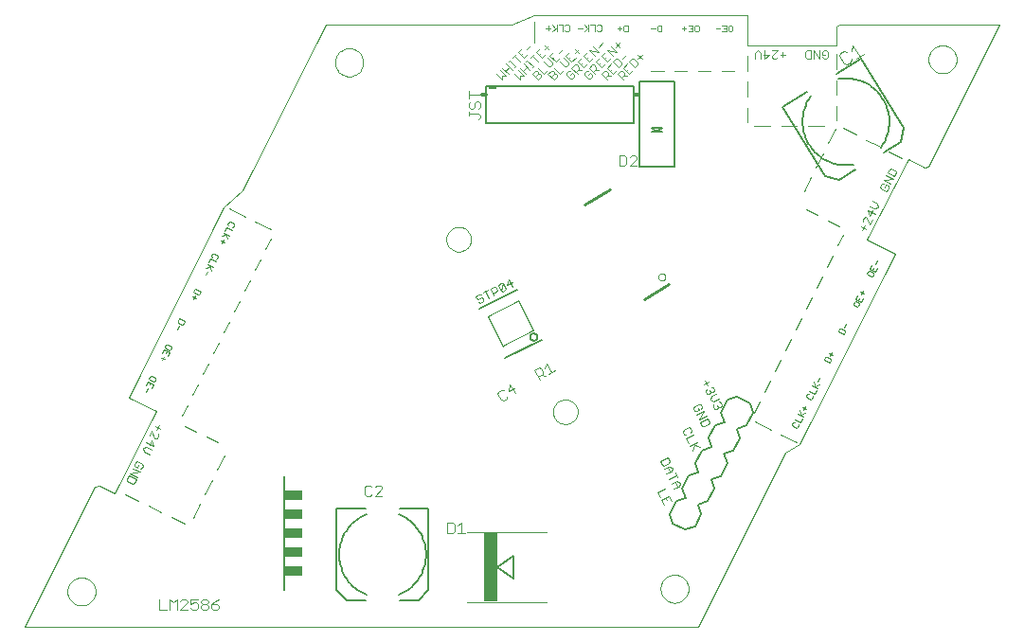
<source format=gto>
G75*
%MOIN*%
%OFA0B0*%
%FSLAX24Y24*%
%IPPOS*%
%LPD*%
%AMOC8*
5,1,8,0,0,1.08239X$1,22.5*
%
%ADD10C,0.0000*%
%ADD11C,0.0100*%
%ADD12C,0.0039*%
%ADD13C,0.0030*%
%ADD14C,0.0020*%
%ADD15C,0.0120*%
%ADD16C,0.0060*%
%ADD17C,0.0080*%
%ADD18C,0.0040*%
%ADD19R,0.0660X0.0380*%
%ADD20R,0.0492X0.2441*%
%ADD21C,0.0050*%
D10*
X001464Y000942D02*
X003925Y005873D01*
X004112Y005912D01*
X004642Y005647D01*
X006093Y008539D01*
X005142Y009018D01*
X008482Y015706D01*
X009141Y016296D01*
X012065Y022152D01*
X018610Y022152D01*
X019397Y022467D01*
X026907Y022467D01*
X026907Y021414D01*
X030047Y021414D01*
X030047Y022074D01*
X030145Y022152D01*
X035785Y022152D01*
X033275Y017133D01*
X033147Y017113D01*
X032557Y017408D01*
X031120Y014554D01*
X032097Y014066D01*
X028748Y007379D01*
X028236Y007064D01*
X025175Y000942D01*
X001464Y000942D01*
X002981Y002181D02*
X002983Y002225D01*
X002989Y002269D01*
X002999Y002312D01*
X003012Y002354D01*
X003030Y002394D01*
X003051Y002433D01*
X003075Y002470D01*
X003102Y002505D01*
X003133Y002537D01*
X003166Y002566D01*
X003202Y002592D01*
X003240Y002614D01*
X003280Y002633D01*
X003321Y002649D01*
X003364Y002661D01*
X003407Y002669D01*
X003451Y002673D01*
X003495Y002673D01*
X003539Y002669D01*
X003582Y002661D01*
X003625Y002649D01*
X003666Y002633D01*
X003706Y002614D01*
X003744Y002592D01*
X003780Y002566D01*
X003813Y002537D01*
X003844Y002505D01*
X003871Y002470D01*
X003895Y002433D01*
X003916Y002394D01*
X003934Y002354D01*
X003947Y002312D01*
X003957Y002269D01*
X003963Y002225D01*
X003965Y002181D01*
X003963Y002137D01*
X003957Y002093D01*
X003947Y002050D01*
X003934Y002008D01*
X003916Y001968D01*
X003895Y001929D01*
X003871Y001892D01*
X003844Y001857D01*
X003813Y001825D01*
X003780Y001796D01*
X003744Y001770D01*
X003706Y001748D01*
X003666Y001729D01*
X003625Y001713D01*
X003582Y001701D01*
X003539Y001693D01*
X003495Y001689D01*
X003451Y001689D01*
X003407Y001693D01*
X003364Y001701D01*
X003321Y001713D01*
X003280Y001729D01*
X003240Y001748D01*
X003202Y001770D01*
X003166Y001796D01*
X003133Y001825D01*
X003102Y001857D01*
X003075Y001892D01*
X003051Y001929D01*
X003030Y001968D01*
X003012Y002008D01*
X002999Y002050D01*
X002989Y002093D01*
X002983Y002137D01*
X002981Y002181D01*
X016313Y014581D02*
X016315Y014622D01*
X016321Y014663D01*
X016331Y014703D01*
X016344Y014742D01*
X016361Y014779D01*
X016382Y014815D01*
X016406Y014849D01*
X016433Y014880D01*
X016462Y014908D01*
X016495Y014934D01*
X016529Y014956D01*
X016566Y014975D01*
X016604Y014990D01*
X016644Y015002D01*
X016684Y015010D01*
X016725Y015014D01*
X016767Y015014D01*
X016808Y015010D01*
X016848Y015002D01*
X016888Y014990D01*
X016926Y014975D01*
X016962Y014956D01*
X016997Y014934D01*
X017030Y014908D01*
X017059Y014880D01*
X017086Y014849D01*
X017110Y014815D01*
X017131Y014779D01*
X017148Y014742D01*
X017161Y014703D01*
X017171Y014663D01*
X017177Y014622D01*
X017179Y014581D01*
X017177Y014540D01*
X017171Y014499D01*
X017161Y014459D01*
X017148Y014420D01*
X017131Y014383D01*
X017110Y014347D01*
X017086Y014313D01*
X017059Y014282D01*
X017030Y014254D01*
X016997Y014228D01*
X016963Y014206D01*
X016926Y014187D01*
X016888Y014172D01*
X016848Y014160D01*
X016808Y014152D01*
X016767Y014148D01*
X016725Y014148D01*
X016684Y014152D01*
X016644Y014160D01*
X016604Y014172D01*
X016566Y014187D01*
X016530Y014206D01*
X016495Y014228D01*
X016462Y014254D01*
X016433Y014282D01*
X016406Y014313D01*
X016382Y014347D01*
X016361Y014383D01*
X016344Y014420D01*
X016331Y014459D01*
X016321Y014499D01*
X016315Y014540D01*
X016313Y014581D01*
X020065Y008510D02*
X020067Y008551D01*
X020073Y008592D01*
X020083Y008632D01*
X020096Y008671D01*
X020113Y008708D01*
X020134Y008744D01*
X020158Y008778D01*
X020185Y008809D01*
X020214Y008837D01*
X020247Y008863D01*
X020281Y008885D01*
X020318Y008904D01*
X020356Y008919D01*
X020396Y008931D01*
X020436Y008939D01*
X020477Y008943D01*
X020519Y008943D01*
X020560Y008939D01*
X020600Y008931D01*
X020640Y008919D01*
X020678Y008904D01*
X020714Y008885D01*
X020749Y008863D01*
X020782Y008837D01*
X020811Y008809D01*
X020838Y008778D01*
X020862Y008744D01*
X020883Y008708D01*
X020900Y008671D01*
X020913Y008632D01*
X020923Y008592D01*
X020929Y008551D01*
X020931Y008510D01*
X020929Y008469D01*
X020923Y008428D01*
X020913Y008388D01*
X020900Y008349D01*
X020883Y008312D01*
X020862Y008276D01*
X020838Y008242D01*
X020811Y008211D01*
X020782Y008183D01*
X020749Y008157D01*
X020715Y008135D01*
X020678Y008116D01*
X020640Y008101D01*
X020600Y008089D01*
X020560Y008081D01*
X020519Y008077D01*
X020477Y008077D01*
X020436Y008081D01*
X020396Y008089D01*
X020356Y008101D01*
X020318Y008116D01*
X020282Y008135D01*
X020247Y008157D01*
X020214Y008183D01*
X020185Y008211D01*
X020158Y008242D01*
X020134Y008276D01*
X020113Y008312D01*
X020096Y008349D01*
X020083Y008388D01*
X020073Y008428D01*
X020067Y008469D01*
X020065Y008510D01*
X023850Y002278D02*
X023852Y002322D01*
X023858Y002366D01*
X023868Y002409D01*
X023881Y002451D01*
X023899Y002491D01*
X023920Y002530D01*
X023944Y002567D01*
X023971Y002602D01*
X024002Y002634D01*
X024035Y002663D01*
X024071Y002689D01*
X024109Y002711D01*
X024149Y002730D01*
X024190Y002746D01*
X024233Y002758D01*
X024276Y002766D01*
X024320Y002770D01*
X024364Y002770D01*
X024408Y002766D01*
X024451Y002758D01*
X024494Y002746D01*
X024535Y002730D01*
X024575Y002711D01*
X024613Y002689D01*
X024649Y002663D01*
X024682Y002634D01*
X024713Y002602D01*
X024740Y002567D01*
X024764Y002530D01*
X024785Y002491D01*
X024803Y002451D01*
X024816Y002409D01*
X024826Y002366D01*
X024832Y002322D01*
X024834Y002278D01*
X024832Y002234D01*
X024826Y002190D01*
X024816Y002147D01*
X024803Y002105D01*
X024785Y002065D01*
X024764Y002026D01*
X024740Y001989D01*
X024713Y001954D01*
X024682Y001922D01*
X024649Y001893D01*
X024613Y001867D01*
X024575Y001845D01*
X024535Y001826D01*
X024494Y001810D01*
X024451Y001798D01*
X024408Y001790D01*
X024364Y001786D01*
X024320Y001786D01*
X024276Y001790D01*
X024233Y001798D01*
X024190Y001810D01*
X024149Y001826D01*
X024109Y001845D01*
X024071Y001867D01*
X024035Y001893D01*
X024002Y001922D01*
X023971Y001954D01*
X023944Y001989D01*
X023920Y002026D01*
X023899Y002065D01*
X023881Y002105D01*
X023868Y002147D01*
X023858Y002190D01*
X023852Y002234D01*
X023850Y002278D01*
X012400Y020808D02*
X012402Y020852D01*
X012408Y020896D01*
X012418Y020939D01*
X012431Y020981D01*
X012449Y021021D01*
X012470Y021060D01*
X012494Y021097D01*
X012521Y021132D01*
X012552Y021164D01*
X012585Y021193D01*
X012621Y021219D01*
X012659Y021241D01*
X012699Y021260D01*
X012740Y021276D01*
X012783Y021288D01*
X012826Y021296D01*
X012870Y021300D01*
X012914Y021300D01*
X012958Y021296D01*
X013001Y021288D01*
X013044Y021276D01*
X013085Y021260D01*
X013125Y021241D01*
X013163Y021219D01*
X013199Y021193D01*
X013232Y021164D01*
X013263Y021132D01*
X013290Y021097D01*
X013314Y021060D01*
X013335Y021021D01*
X013353Y020981D01*
X013366Y020939D01*
X013376Y020896D01*
X013382Y020852D01*
X013384Y020808D01*
X013382Y020764D01*
X013376Y020720D01*
X013366Y020677D01*
X013353Y020635D01*
X013335Y020595D01*
X013314Y020556D01*
X013290Y020519D01*
X013263Y020484D01*
X013232Y020452D01*
X013199Y020423D01*
X013163Y020397D01*
X013125Y020375D01*
X013085Y020356D01*
X013044Y020340D01*
X013001Y020328D01*
X012958Y020320D01*
X012914Y020316D01*
X012870Y020316D01*
X012826Y020320D01*
X012783Y020328D01*
X012740Y020340D01*
X012699Y020356D01*
X012659Y020375D01*
X012621Y020397D01*
X012585Y020423D01*
X012552Y020452D01*
X012521Y020484D01*
X012494Y020519D01*
X012470Y020556D01*
X012449Y020595D01*
X012431Y020635D01*
X012418Y020677D01*
X012408Y020720D01*
X012402Y020764D01*
X012400Y020808D01*
X033280Y020913D02*
X033282Y020957D01*
X033288Y021001D01*
X033298Y021044D01*
X033311Y021086D01*
X033329Y021126D01*
X033350Y021165D01*
X033374Y021202D01*
X033401Y021237D01*
X033432Y021269D01*
X033465Y021298D01*
X033501Y021324D01*
X033539Y021346D01*
X033579Y021365D01*
X033620Y021381D01*
X033663Y021393D01*
X033706Y021401D01*
X033750Y021405D01*
X033794Y021405D01*
X033838Y021401D01*
X033881Y021393D01*
X033924Y021381D01*
X033965Y021365D01*
X034005Y021346D01*
X034043Y021324D01*
X034079Y021298D01*
X034112Y021269D01*
X034143Y021237D01*
X034170Y021202D01*
X034194Y021165D01*
X034215Y021126D01*
X034233Y021086D01*
X034246Y021044D01*
X034256Y021001D01*
X034262Y020957D01*
X034264Y020913D01*
X034262Y020869D01*
X034256Y020825D01*
X034246Y020782D01*
X034233Y020740D01*
X034215Y020700D01*
X034194Y020661D01*
X034170Y020624D01*
X034143Y020589D01*
X034112Y020557D01*
X034079Y020528D01*
X034043Y020502D01*
X034005Y020480D01*
X033965Y020461D01*
X033924Y020445D01*
X033881Y020433D01*
X033838Y020425D01*
X033794Y020421D01*
X033750Y020421D01*
X033706Y020425D01*
X033663Y020433D01*
X033620Y020445D01*
X033579Y020461D01*
X033539Y020480D01*
X033501Y020502D01*
X033465Y020528D01*
X033432Y020557D01*
X033401Y020589D01*
X033374Y020624D01*
X033350Y020661D01*
X033329Y020700D01*
X033311Y020740D01*
X033298Y020782D01*
X033288Y020825D01*
X033282Y020869D01*
X033280Y020913D01*
D11*
X024132Y013019D02*
X023266Y012467D01*
X021179Y015814D02*
X022084Y016326D01*
D12*
X023771Y013255D02*
X023773Y013277D01*
X023778Y013297D01*
X023788Y013317D01*
X023800Y013335D01*
X023815Y013350D01*
X023833Y013362D01*
X023853Y013372D01*
X023873Y013377D01*
X023895Y013379D01*
X023917Y013377D01*
X023937Y013372D01*
X023957Y013362D01*
X023975Y013350D01*
X023990Y013335D01*
X024002Y013317D01*
X024012Y013297D01*
X024017Y013277D01*
X024019Y013255D01*
X024017Y013233D01*
X024012Y013213D01*
X024002Y013193D01*
X023990Y013175D01*
X023975Y013160D01*
X023957Y013148D01*
X023937Y013138D01*
X023917Y013133D01*
X023895Y013131D01*
X023873Y013133D01*
X023853Y013138D01*
X023833Y013148D01*
X023815Y013160D01*
X023800Y013175D01*
X023788Y013193D01*
X023778Y013213D01*
X023773Y013233D01*
X023771Y013255D01*
X019361Y011381D02*
X018825Y012433D01*
X018822Y012420D02*
X017769Y011884D01*
X017761Y011861D02*
X018297Y010809D01*
X018300Y010822D02*
X019352Y011358D01*
X027132Y008480D02*
X027324Y008862D01*
X027500Y009214D02*
X027691Y009596D01*
X027867Y009948D02*
X028059Y010331D01*
X028235Y010683D02*
X028426Y011065D01*
X028602Y011417D02*
X028794Y011799D01*
X028970Y012151D02*
X029161Y012533D01*
X029337Y012885D02*
X029529Y013267D01*
X029705Y013619D02*
X029896Y014002D01*
X030072Y014354D02*
X030263Y014736D01*
X030146Y015049D02*
X029741Y015252D01*
X029389Y015428D02*
X028984Y015631D01*
X028896Y016260D02*
X029144Y016758D01*
X029320Y017111D02*
X029569Y017609D01*
X029744Y017961D02*
X029993Y018459D01*
X030268Y018489D02*
X030726Y018260D01*
X031078Y018084D02*
X031536Y017855D01*
X031888Y017678D02*
X032345Y017449D01*
X030047Y018765D02*
X030047Y019277D01*
X030047Y019670D02*
X030047Y020182D01*
X030047Y020576D02*
X030047Y021088D01*
X029604Y018579D02*
X029047Y018578D01*
X028654Y018577D02*
X028097Y018576D01*
X027703Y018576D02*
X027146Y018575D01*
X026892Y018705D02*
X026892Y019219D01*
X026892Y019612D02*
X026892Y020126D01*
X026892Y020520D02*
X026892Y021034D01*
X026892Y021427D02*
X026892Y021941D01*
X026452Y020517D02*
X026014Y020517D01*
X025620Y020517D02*
X025182Y020517D01*
X024789Y020516D02*
X024351Y020516D01*
X023957Y020516D02*
X023519Y020516D01*
X019406Y021511D02*
X019409Y022226D01*
X010145Y014922D02*
X009583Y015205D01*
X009231Y015382D02*
X008669Y015665D01*
X010138Y014611D02*
X009947Y014229D01*
X009771Y013877D02*
X009580Y013494D01*
X009404Y013142D02*
X009212Y012760D01*
X009036Y012408D02*
X008845Y012026D01*
X008669Y011674D02*
X008477Y011292D01*
X008301Y010940D02*
X008110Y010558D01*
X007934Y010206D02*
X007742Y009823D01*
X007566Y009471D02*
X007375Y009089D01*
X007199Y008737D02*
X007007Y008355D01*
X007109Y008006D02*
X007514Y007803D01*
X007866Y007627D02*
X008271Y007424D01*
X008493Y006959D02*
X008244Y006461D01*
X008069Y006109D02*
X007820Y005611D01*
X007644Y005258D02*
X007396Y004760D01*
X007095Y004574D02*
X006638Y004803D01*
X006286Y004980D02*
X005828Y005209D01*
X005476Y005385D02*
X005018Y005614D01*
X027169Y008165D02*
X027731Y007882D01*
X028083Y007705D02*
X028645Y007422D01*
D13*
X025980Y008683D02*
X025937Y008661D01*
X025872Y008683D01*
X025850Y008618D01*
X025807Y008597D01*
X025742Y008618D01*
X025699Y008705D01*
X025721Y008770D01*
X025719Y008882D02*
X025893Y008968D01*
X025894Y008856D02*
X025959Y008834D01*
X026002Y008747D01*
X025980Y008683D01*
X025872Y008683D02*
X025851Y008726D01*
X025719Y008882D02*
X025590Y008926D01*
X025633Y009055D01*
X025807Y009141D01*
X025718Y009210D02*
X025675Y009189D01*
X025610Y009211D01*
X025588Y009146D01*
X025545Y009124D01*
X025480Y009146D01*
X025437Y009233D01*
X025459Y009298D01*
X025589Y009254D02*
X025610Y009211D01*
X025718Y009210D02*
X025740Y009275D01*
X025697Y009362D01*
X025632Y009384D01*
X025501Y009431D02*
X025415Y009605D01*
X025544Y009561D02*
X025371Y009475D01*
X025201Y008783D02*
X025027Y008697D01*
X025005Y008632D01*
X025048Y008545D01*
X025113Y008523D01*
X025200Y008566D01*
X025157Y008653D01*
X025287Y008609D02*
X025308Y008674D01*
X025265Y008761D01*
X025201Y008783D01*
X025375Y008540D02*
X025201Y008238D01*
X025461Y008367D01*
X025506Y008276D02*
X025570Y008146D01*
X025549Y008082D01*
X025375Y007996D01*
X025310Y008017D01*
X025246Y008147D01*
X025506Y008276D01*
X025375Y008540D02*
X025115Y008411D01*
X024899Y007933D02*
X024834Y007955D01*
X024661Y007869D01*
X024639Y007804D01*
X024682Y007718D01*
X024747Y007696D01*
X024749Y007584D02*
X024835Y007410D01*
X024880Y007320D02*
X025140Y007449D01*
X025031Y007341D02*
X024966Y007146D01*
X024966Y007363D02*
X025226Y007275D01*
X025009Y007713D02*
X024749Y007584D01*
X024920Y007782D02*
X024942Y007847D01*
X024899Y007933D01*
X024098Y006893D02*
X024163Y006763D01*
X024141Y006699D01*
X023967Y006612D01*
X023903Y006634D01*
X023838Y006764D01*
X024098Y006893D01*
X024142Y006586D02*
X024272Y006543D01*
X024228Y006413D01*
X024055Y006327D01*
X024185Y006392D02*
X024099Y006565D01*
X024142Y006586D02*
X023969Y006500D01*
X024143Y006150D02*
X024403Y006279D01*
X024360Y006366D02*
X024446Y006192D01*
X024404Y006059D02*
X024534Y006015D01*
X024490Y005885D01*
X024317Y005799D01*
X024447Y005864D02*
X024361Y006037D01*
X024404Y006059D02*
X024231Y005973D01*
X024014Y005810D02*
X023754Y005681D01*
X023840Y005508D01*
X023885Y005417D02*
X023971Y005244D01*
X024058Y005395D02*
X024015Y005482D01*
X024145Y005546D02*
X023885Y005417D01*
X024145Y005546D02*
X024231Y005373D01*
X018747Y009161D02*
X018554Y009477D01*
X018493Y009222D01*
X018703Y009351D01*
X018454Y009053D02*
X018433Y008968D01*
X018328Y008904D01*
X018243Y008924D01*
X018114Y009135D01*
X018134Y009220D01*
X018240Y009284D01*
X018325Y009264D01*
X019406Y009959D02*
X019564Y010056D01*
X019649Y010036D01*
X019714Y009931D01*
X019693Y009846D01*
X019535Y009749D01*
X019600Y009644D02*
X019406Y009959D01*
X019641Y009813D02*
X019810Y009773D01*
X019914Y009836D02*
X020124Y009965D01*
X020019Y009901D02*
X019826Y010216D01*
X019785Y010047D01*
X017591Y012392D02*
X017504Y012349D01*
X017440Y012370D01*
X017439Y012479D02*
X017375Y012500D01*
X017353Y012543D01*
X017374Y012608D01*
X017461Y012652D01*
X017526Y012630D01*
X017526Y012522D02*
X017591Y012500D01*
X017613Y012457D01*
X017591Y012392D01*
X017526Y012522D02*
X017439Y012479D01*
X017595Y012719D02*
X017768Y012805D01*
X017681Y012762D02*
X017811Y012502D01*
X017988Y012591D02*
X017858Y012851D01*
X017988Y012916D01*
X018053Y012894D01*
X018096Y012807D01*
X018075Y012742D01*
X017945Y012678D01*
X018230Y012766D02*
X018316Y013026D01*
X018403Y012853D01*
X018381Y012788D01*
X018295Y012745D01*
X018230Y012766D01*
X018143Y012939D01*
X018165Y013004D01*
X018251Y013047D01*
X018316Y013026D01*
X018450Y012985D02*
X018623Y013071D01*
X018645Y012920D02*
X018515Y013179D01*
X018450Y012985D01*
X022395Y017173D02*
X022580Y017173D01*
X022642Y017235D01*
X022642Y017482D01*
X022580Y017544D01*
X022395Y017544D01*
X022395Y017173D01*
X022763Y017173D02*
X023010Y017420D01*
X023010Y017482D01*
X022948Y017544D01*
X022825Y017544D01*
X022763Y017482D01*
X022763Y017173D02*
X023010Y017173D01*
X022532Y020206D02*
X022326Y020411D01*
X022429Y020514D01*
X022497Y020514D01*
X022566Y020445D01*
X022566Y020377D01*
X022463Y020274D01*
X022532Y020342D02*
X022668Y020342D01*
X022740Y020414D02*
X022877Y020551D01*
X022948Y020622D02*
X023051Y020725D01*
X023051Y020793D01*
X022914Y020930D01*
X022846Y020930D01*
X022743Y020828D01*
X022948Y020622D01*
X022706Y020585D02*
X022637Y020517D01*
X022535Y020619D02*
X022740Y020414D01*
X022535Y020619D02*
X022672Y020756D01*
X022488Y020725D02*
X022488Y020793D01*
X022352Y020930D01*
X022283Y020930D01*
X022181Y020828D01*
X022386Y020622D01*
X022488Y020725D01*
X022492Y020933D02*
X022628Y021070D01*
X022314Y021176D02*
X022109Y021381D01*
X022283Y021350D02*
X022420Y021487D01*
X022283Y021487D02*
X022420Y021350D01*
X022314Y021176D02*
X021972Y021244D01*
X022178Y021039D01*
X022106Y020968D02*
X021969Y020831D01*
X021764Y021036D01*
X021901Y021173D01*
X021935Y021002D02*
X021867Y020933D01*
X021898Y020759D02*
X021761Y020622D01*
X021556Y020828D01*
X021692Y020964D01*
X021553Y021039D02*
X021347Y021244D01*
X021689Y021176D01*
X021484Y021381D01*
X021658Y021350D02*
X021795Y021487D01*
X021481Y020968D02*
X021344Y020831D01*
X021139Y021036D01*
X021276Y021173D01*
X021310Y021002D02*
X021242Y020933D01*
X021273Y020759D02*
X021136Y020622D01*
X020931Y020828D01*
X021067Y020964D01*
X021102Y020793D02*
X021033Y020725D01*
X020962Y020653D02*
X020962Y020585D01*
X020859Y020482D01*
X020927Y020414D02*
X020722Y020619D01*
X020825Y020722D01*
X020893Y020722D01*
X020962Y020653D01*
X020927Y020551D02*
X021064Y020551D01*
X021173Y020445D02*
X021173Y020377D01*
X021310Y020240D01*
X021378Y020240D01*
X021447Y020308D01*
X021447Y020377D01*
X021378Y020445D01*
X021310Y020377D01*
X021310Y020514D02*
X021241Y020514D01*
X021173Y020445D01*
X021347Y020619D02*
X021450Y020722D01*
X021518Y020722D01*
X021587Y020653D01*
X021587Y020585D01*
X021484Y020482D01*
X021552Y020414D02*
X021347Y020619D01*
X021552Y020551D02*
X021689Y020551D01*
X021764Y020411D02*
X021866Y020514D01*
X021935Y020514D01*
X022003Y020445D01*
X022003Y020377D01*
X021901Y020274D01*
X021969Y020206D02*
X021764Y020411D01*
X021969Y020342D02*
X022106Y020342D01*
X022177Y020414D02*
X022314Y020551D01*
X022143Y020585D02*
X022075Y020517D01*
X021972Y020619D02*
X022177Y020414D01*
X021972Y020619D02*
X022109Y020756D01*
X021727Y020793D02*
X021658Y020725D01*
X020962Y021142D02*
X020825Y021279D01*
X020825Y021142D02*
X020962Y021279D01*
X020651Y021173D02*
X020514Y021036D01*
X020719Y020831D01*
X020856Y020968D01*
X020685Y021002D02*
X020617Y020933D01*
X020613Y020793D02*
X020442Y020964D01*
X020293Y020968D02*
X020157Y020831D01*
X019951Y021036D01*
X020088Y021173D01*
X020122Y021002D02*
X020054Y020933D01*
X020051Y020793D02*
X019880Y020964D01*
X019807Y021106D02*
X019671Y020970D01*
X019465Y021175D01*
X019602Y021312D01*
X019636Y021141D02*
X019568Y021072D01*
X019394Y021103D02*
X019257Y020967D01*
X019325Y021035D02*
X019531Y020830D01*
X019392Y020691D02*
X019323Y020622D01*
X019358Y020657D02*
X019152Y020862D01*
X019118Y020828D02*
X019186Y020896D01*
X019046Y020970D02*
X019182Y021106D01*
X019011Y021141D02*
X018943Y021072D01*
X019046Y020970D02*
X018840Y021175D01*
X018977Y021312D01*
X019151Y021281D02*
X019288Y021417D01*
X019776Y021417D02*
X019913Y021281D01*
X019913Y021417D02*
X019776Y021281D01*
X020262Y021142D02*
X020399Y021279D01*
X020306Y020828D02*
X020477Y020657D01*
X020545Y020657D01*
X020613Y020725D01*
X020613Y020793D01*
X020616Y020514D02*
X020548Y020445D01*
X020548Y020377D01*
X020685Y020240D01*
X020753Y020240D01*
X020822Y020308D01*
X020822Y020377D01*
X020753Y020445D01*
X020685Y020377D01*
X020685Y020514D02*
X020616Y020514D01*
X020439Y020551D02*
X020302Y020414D01*
X020097Y020619D01*
X020060Y020514D02*
X019991Y020514D01*
X019889Y020411D01*
X020094Y020206D01*
X020197Y020308D01*
X020197Y020377D01*
X020163Y020411D01*
X020094Y020411D01*
X019991Y020308D01*
X020094Y020411D02*
X020094Y020479D01*
X020060Y020514D01*
X019983Y020657D02*
X020051Y020725D01*
X020051Y020793D01*
X019983Y020657D02*
X019914Y020657D01*
X019743Y020828D01*
X019535Y020619D02*
X019740Y020414D01*
X019877Y020551D01*
X019634Y020377D02*
X019634Y020308D01*
X019532Y020206D01*
X019326Y020411D01*
X019429Y020514D01*
X019497Y020514D01*
X019532Y020479D01*
X019532Y020411D01*
X019429Y020308D01*
X019532Y020411D02*
X019600Y020411D01*
X019634Y020377D01*
X019252Y020551D02*
X019047Y020756D01*
X019149Y020653D02*
X019012Y020517D01*
X018910Y020619D02*
X019115Y020414D01*
X019043Y020342D02*
X018838Y020548D01*
X018733Y020657D02*
X018527Y020862D01*
X018493Y020828D02*
X018561Y020896D01*
X018632Y020967D02*
X018769Y021103D01*
X018700Y021035D02*
X018906Y020830D01*
X018767Y020691D02*
X018698Y020622D01*
X018627Y020551D02*
X018422Y020756D01*
X018524Y020653D02*
X018387Y020517D01*
X018285Y020619D02*
X018490Y020414D01*
X018418Y020342D02*
X018213Y020548D01*
X018076Y020411D02*
X018282Y020206D01*
X018282Y020342D01*
X018418Y020342D01*
X018701Y020411D02*
X018907Y020206D01*
X018907Y020342D01*
X019043Y020342D01*
X017490Y019675D02*
X017119Y019675D01*
X017119Y019798D02*
X017119Y019551D01*
X017181Y019430D02*
X017119Y019368D01*
X017119Y019244D01*
X017181Y019183D01*
X017243Y019183D01*
X017304Y019244D01*
X017304Y019368D01*
X017366Y019430D01*
X017428Y019430D01*
X017490Y019368D01*
X017490Y019244D01*
X017428Y019183D01*
X017428Y019000D02*
X017119Y019000D01*
X017119Y019061D02*
X017119Y018938D01*
X017428Y019000D02*
X017490Y018938D01*
X017490Y018876D01*
X017428Y018814D01*
X023054Y020933D02*
X023191Y021070D01*
X023054Y021070D02*
X023191Y020933D01*
X027175Y020939D02*
X027175Y021133D01*
X027271Y021230D01*
X027368Y021133D01*
X027368Y020939D01*
X027518Y020939D02*
X027518Y021230D01*
X027469Y021084D02*
X027663Y021084D01*
X027518Y020939D01*
X027764Y020988D02*
X027812Y020939D01*
X027909Y020939D01*
X027957Y020988D01*
X028058Y021084D02*
X028252Y021084D01*
X028155Y020988D02*
X028155Y021181D01*
X027957Y021230D02*
X027764Y021230D01*
X027957Y021230D02*
X027764Y021036D01*
X027764Y020988D01*
X028952Y020988D02*
X029001Y020939D01*
X029146Y020939D01*
X029146Y021230D01*
X029001Y021230D01*
X028952Y021181D01*
X028952Y020988D01*
X029247Y020939D02*
X029247Y021230D01*
X029441Y020939D01*
X029441Y021230D01*
X029542Y021181D02*
X029590Y021230D01*
X029687Y021230D01*
X029735Y021181D01*
X029735Y020988D01*
X029687Y020939D01*
X029590Y020939D01*
X029542Y020988D01*
X029542Y021084D02*
X029638Y021084D01*
X029542Y021084D02*
X029542Y021181D01*
X031892Y017051D02*
X031827Y016922D01*
X032087Y016792D01*
X032152Y016921D01*
X032130Y016986D01*
X031957Y017073D01*
X031892Y017051D01*
X031782Y016831D02*
X032041Y016701D01*
X031695Y016658D01*
X031955Y016528D01*
X031866Y016459D02*
X031780Y016503D01*
X031736Y016416D01*
X031607Y016373D02*
X031780Y016286D01*
X031844Y016308D01*
X031888Y016394D01*
X031866Y016459D01*
X031693Y016546D02*
X031628Y016524D01*
X031585Y016438D01*
X031607Y016373D01*
X031296Y015921D02*
X031469Y015834D01*
X031512Y015704D01*
X031382Y015661D01*
X031209Y015747D01*
X031142Y015614D02*
X031207Y015419D01*
X031294Y015592D01*
X031402Y015484D02*
X031142Y015614D01*
X031075Y015372D02*
X031010Y015350D01*
X030967Y015264D01*
X030988Y015199D01*
X031030Y015065D02*
X030943Y014892D01*
X030900Y015022D02*
X031073Y014935D01*
X031205Y015091D02*
X031118Y015350D01*
X031075Y015372D01*
X031291Y015264D02*
X031205Y015091D01*
X016840Y004615D02*
X016840Y004245D01*
X016717Y004245D02*
X016964Y004245D01*
X016717Y004492D02*
X016840Y004615D01*
X016595Y004553D02*
X016534Y004615D01*
X016348Y004615D01*
X016348Y004245D01*
X016534Y004245D01*
X016595Y004306D01*
X016595Y004553D01*
X014055Y005547D02*
X013808Y005547D01*
X014055Y005794D01*
X014055Y005856D01*
X013993Y005918D01*
X013870Y005918D01*
X013808Y005856D01*
X013687Y005856D02*
X013625Y005918D01*
X013502Y005918D01*
X013440Y005856D01*
X013440Y005609D01*
X013502Y005547D01*
X013625Y005547D01*
X013687Y005609D01*
X008300Y001912D02*
X008177Y001850D01*
X008053Y001727D01*
X008239Y001727D01*
X008300Y001665D01*
X008300Y001603D01*
X008239Y001542D01*
X008115Y001542D01*
X008053Y001603D01*
X008053Y001727D01*
X007932Y001789D02*
X007870Y001727D01*
X007747Y001727D01*
X007685Y001789D01*
X007685Y001850D01*
X007747Y001912D01*
X007870Y001912D01*
X007932Y001850D01*
X007932Y001789D01*
X007870Y001727D02*
X007932Y001665D01*
X007932Y001603D01*
X007870Y001542D01*
X007747Y001542D01*
X007685Y001603D01*
X007685Y001665D01*
X007747Y001727D01*
X007564Y001727D02*
X007564Y001603D01*
X007502Y001542D01*
X007378Y001542D01*
X007317Y001603D01*
X007317Y001727D02*
X007440Y001789D01*
X007502Y001789D01*
X007564Y001727D01*
X007564Y001912D02*
X007317Y001912D01*
X007317Y001727D01*
X007195Y001789D02*
X007195Y001850D01*
X007134Y001912D01*
X007010Y001912D01*
X006948Y001850D01*
X006827Y001912D02*
X006704Y001789D01*
X006580Y001912D01*
X006580Y001542D01*
X006459Y001542D02*
X006212Y001542D01*
X006212Y001912D01*
X006827Y001912D02*
X006827Y001542D01*
X006948Y001542D02*
X007195Y001789D01*
X007195Y001542D02*
X006948Y001542D01*
X005326Y005996D02*
X005391Y006126D01*
X005131Y006256D01*
X005066Y006126D01*
X005088Y006061D01*
X005261Y005975D01*
X005326Y005996D01*
X005436Y006217D02*
X005177Y006347D01*
X005523Y006390D01*
X005263Y006520D01*
X005352Y006588D02*
X005438Y006545D01*
X005482Y006632D01*
X005611Y006675D02*
X005438Y006761D01*
X005373Y006740D01*
X005330Y006653D01*
X005352Y006588D01*
X005525Y006502D02*
X005590Y006523D01*
X005633Y006610D01*
X005611Y006675D01*
X005856Y007009D02*
X005683Y007096D01*
X005640Y007226D01*
X005769Y007269D01*
X005942Y007183D01*
X006009Y007316D02*
X005945Y007511D01*
X005858Y007338D01*
X005750Y007446D02*
X006009Y007316D01*
X006076Y007558D02*
X006141Y007580D01*
X006185Y007666D01*
X006163Y007731D01*
X006122Y007865D02*
X006208Y008038D01*
X006079Y007995D02*
X006252Y007908D01*
X005947Y007839D02*
X006033Y007580D01*
X006076Y007558D01*
X005860Y007666D02*
X005947Y007839D01*
D14*
X005739Y009202D02*
X005805Y009334D01*
X005740Y009449D02*
X005805Y009580D01*
X006002Y009482D01*
X005937Y009351D01*
X005871Y009466D02*
X005904Y009531D01*
X006003Y009565D02*
X006052Y009581D01*
X006085Y009647D01*
X006068Y009696D01*
X005937Y009762D01*
X005888Y009745D01*
X005855Y009680D01*
X005871Y009630D01*
X006003Y009565D01*
X006298Y010321D02*
X006364Y010453D01*
X006396Y010354D02*
X006265Y010420D01*
X006298Y010568D02*
X006364Y010700D01*
X006561Y010601D01*
X006495Y010470D01*
X006430Y010585D02*
X006463Y010650D01*
X006561Y010684D02*
X006430Y010749D01*
X006414Y010799D01*
X006447Y010864D01*
X006496Y010881D01*
X006627Y010815D01*
X006644Y010766D01*
X006611Y010700D01*
X006561Y010684D01*
X006844Y011414D02*
X006909Y011546D01*
X006877Y011645D02*
X007008Y011579D01*
X007058Y011596D01*
X007107Y011694D01*
X006910Y011793D01*
X006861Y011694D01*
X006877Y011645D01*
X007402Y012471D02*
X007468Y012602D01*
X007501Y012504D02*
X007370Y012570D01*
X007436Y012702D02*
X007567Y012636D01*
X007616Y012652D01*
X007666Y012751D01*
X007469Y012849D01*
X007419Y012751D01*
X007436Y012702D01*
X007839Y013321D02*
X007905Y013452D01*
X008036Y013469D02*
X007971Y013666D01*
X007987Y013617D02*
X007839Y013568D01*
X007905Y013699D02*
X008102Y013600D01*
X008201Y013798D02*
X008004Y013897D01*
X007938Y013765D01*
X008070Y013946D02*
X008054Y013996D01*
X008087Y014061D01*
X008136Y014078D01*
X008267Y014012D01*
X008283Y013963D01*
X008251Y013897D01*
X008201Y013881D01*
X008398Y014440D02*
X008463Y014571D01*
X008496Y014473D02*
X008365Y014538D01*
X008398Y014687D02*
X008546Y014736D01*
X008529Y014785D02*
X008595Y014588D01*
X008661Y014719D02*
X008464Y014818D01*
X008497Y014884D02*
X008563Y015016D01*
X008760Y014917D01*
X008760Y015000D02*
X008809Y015016D01*
X008842Y015082D01*
X008826Y015131D01*
X008695Y015197D01*
X008645Y015180D01*
X008612Y015115D01*
X008629Y015066D01*
X019822Y022016D02*
X019969Y022016D01*
X019896Y021943D02*
X019896Y022090D01*
X020043Y022126D02*
X020153Y022016D01*
X020190Y022053D02*
X020043Y021906D01*
X020190Y021906D02*
X020190Y022126D01*
X020264Y022126D02*
X020411Y022126D01*
X020411Y021906D01*
X020485Y021943D02*
X020522Y021906D01*
X020595Y021906D01*
X020632Y021943D01*
X020632Y022090D01*
X020595Y022126D01*
X020522Y022126D01*
X020485Y022090D01*
X020947Y022016D02*
X021094Y022016D01*
X021168Y021906D02*
X021315Y022053D01*
X021278Y022016D02*
X021168Y022126D01*
X021315Y022126D02*
X021315Y021906D01*
X021536Y021906D02*
X021536Y022126D01*
X021389Y022126D01*
X021610Y022090D02*
X021647Y022126D01*
X021720Y022126D01*
X021757Y022090D01*
X021757Y021943D01*
X021720Y021906D01*
X021647Y021906D01*
X021610Y021943D01*
X022327Y021999D02*
X022474Y021999D01*
X022548Y021926D02*
X022584Y021889D01*
X022694Y021889D01*
X022694Y022110D01*
X022584Y022110D01*
X022548Y022073D01*
X022548Y021926D01*
X022400Y021926D02*
X022400Y022073D01*
X023514Y021999D02*
X023661Y021999D01*
X023735Y021926D02*
X023772Y021889D01*
X023882Y021889D01*
X023882Y022110D01*
X023772Y022110D01*
X023735Y022073D01*
X023735Y021926D01*
X024606Y021999D02*
X024753Y021999D01*
X024679Y021926D02*
X024679Y022073D01*
X024827Y022110D02*
X024974Y022110D01*
X024974Y021889D01*
X024827Y021889D01*
X024900Y021999D02*
X024974Y021999D01*
X025048Y021926D02*
X025084Y021889D01*
X025158Y021889D01*
X025194Y021926D01*
X025194Y022073D01*
X025158Y022110D01*
X025084Y022110D01*
X025048Y022073D01*
X025048Y021926D01*
X025793Y021999D02*
X025940Y021999D01*
X026014Y021889D02*
X026161Y021889D01*
X026161Y022110D01*
X026014Y022110D01*
X026088Y021999D02*
X026161Y021999D01*
X026235Y021926D02*
X026272Y021889D01*
X026345Y021889D01*
X026382Y021926D01*
X026382Y022073D01*
X026345Y022110D01*
X026272Y022110D01*
X026235Y022073D01*
X026235Y021926D01*
X031467Y013821D02*
X031401Y013690D01*
X031269Y013673D02*
X031204Y013541D01*
X031400Y013443D01*
X031466Y013574D01*
X031335Y013558D02*
X031302Y013492D01*
X031334Y013393D02*
X031203Y013459D01*
X031154Y013442D01*
X031121Y013377D01*
X031137Y013327D01*
X031269Y013262D01*
X031318Y013278D01*
X031351Y013344D01*
X031334Y013393D01*
X030970Y012764D02*
X030905Y012633D01*
X031003Y012666D02*
X030872Y012732D01*
X030773Y012616D02*
X030707Y012485D01*
X030904Y012386D01*
X030970Y012518D01*
X030839Y012501D02*
X030806Y012436D01*
X030838Y012336D02*
X030707Y012402D01*
X030658Y012386D01*
X030625Y012320D01*
X030641Y012271D01*
X030772Y012205D01*
X030822Y012222D01*
X030855Y012287D01*
X030838Y012336D01*
X030362Y011609D02*
X030296Y011478D01*
X030198Y011444D02*
X030148Y011428D01*
X030099Y011329D01*
X030296Y011231D01*
X030345Y011329D01*
X030329Y011378D01*
X030198Y011444D01*
X029866Y010615D02*
X029800Y010484D01*
X029767Y010582D02*
X029899Y010516D01*
X029833Y010384D02*
X029701Y010450D01*
X029652Y010434D01*
X029603Y010335D01*
X029800Y010237D01*
X029849Y010335D01*
X029833Y010384D01*
X029430Y009703D02*
X029364Y009571D01*
X029429Y009456D02*
X029281Y009406D01*
X029298Y009357D02*
X029232Y009554D01*
X029166Y009423D02*
X029363Y009324D01*
X029330Y009258D02*
X029264Y009127D01*
X029067Y009225D01*
X029067Y009143D02*
X029018Y009126D01*
X028985Y009061D01*
X029001Y009011D01*
X029133Y008946D01*
X029182Y008962D01*
X029215Y009028D01*
X029198Y009077D01*
X028933Y008708D02*
X028868Y008577D01*
X028966Y008610D02*
X028835Y008676D01*
X028736Y008560D02*
X028801Y008363D01*
X028785Y008412D02*
X028933Y008462D01*
X028867Y008330D02*
X028670Y008429D01*
X028571Y008231D02*
X028768Y008133D01*
X028834Y008264D01*
X028702Y008083D02*
X028718Y008034D01*
X028686Y007968D01*
X028636Y007952D01*
X028505Y008017D01*
X028489Y008066D01*
X028522Y008132D01*
X028571Y008148D01*
D15*
X023079Y019682D02*
X022954Y019682D01*
X017704Y019682D02*
X017579Y019682D01*
D16*
X018802Y012809D02*
X017482Y012148D01*
X019256Y011141D02*
X019258Y011163D01*
X019264Y011185D01*
X019273Y011205D01*
X019286Y011223D01*
X019302Y011239D01*
X019320Y011252D01*
X019340Y011261D01*
X019362Y011267D01*
X019384Y011269D01*
X019406Y011267D01*
X019428Y011261D01*
X019448Y011252D01*
X019466Y011239D01*
X019482Y011223D01*
X019495Y011205D01*
X019504Y011185D01*
X019510Y011163D01*
X019512Y011141D01*
X019510Y011119D01*
X019504Y011097D01*
X019495Y011077D01*
X019482Y011059D01*
X019466Y011043D01*
X019448Y011030D01*
X019428Y011021D01*
X019406Y011015D01*
X019384Y011013D01*
X019362Y011015D01*
X019340Y011021D01*
X019320Y011030D01*
X019302Y011043D01*
X019286Y011059D01*
X019273Y011077D01*
X019264Y011097D01*
X019258Y011119D01*
X019256Y011141D01*
X019683Y011049D02*
X018363Y010388D01*
D17*
X025075Y006701D02*
X025184Y006365D01*
X024848Y006255D01*
X024621Y005810D01*
X024730Y005474D01*
X024394Y005364D01*
X024167Y004919D01*
X024276Y004583D01*
X024722Y004356D01*
X025058Y004465D01*
X025285Y004910D01*
X025175Y005247D01*
X025512Y005356D01*
X025739Y005801D01*
X025629Y006138D01*
X025966Y006247D01*
X026193Y006692D01*
X026083Y007029D01*
X026420Y007138D01*
X026647Y007583D01*
X026537Y007920D01*
X026874Y008029D01*
X027101Y008474D01*
X026991Y008811D01*
X026546Y009038D01*
X026210Y008928D01*
X025983Y008483D01*
X026092Y008147D01*
X025756Y008037D01*
X025529Y007592D01*
X025638Y007256D01*
X025302Y007146D01*
X025075Y006701D01*
X018659Y003426D02*
X018659Y002639D01*
X018119Y003032D01*
X018659Y003426D01*
X015683Y002221D02*
X015683Y005095D01*
X014679Y005095D01*
X013459Y005095D02*
X012455Y005095D01*
X012455Y002221D01*
X012809Y001867D01*
X013459Y001867D01*
X014659Y001867D02*
X015329Y001867D01*
X015683Y002221D01*
X013498Y002064D02*
X013427Y002094D01*
X013358Y002129D01*
X013291Y002166D01*
X013225Y002207D01*
X013162Y002251D01*
X013101Y002299D01*
X013042Y002349D01*
X012986Y002403D01*
X012933Y002459D01*
X012883Y002517D01*
X012836Y002578D01*
X012792Y002642D01*
X012751Y002708D01*
X012714Y002775D01*
X012680Y002844D01*
X012650Y002915D01*
X012623Y002988D01*
X012600Y003062D01*
X012580Y003136D01*
X012565Y003212D01*
X012553Y003288D01*
X012545Y003365D01*
X012541Y003442D01*
X012541Y003520D01*
X012545Y003597D01*
X012553Y003674D01*
X012565Y003750D01*
X012580Y003826D01*
X012600Y003900D01*
X012623Y003974D01*
X012650Y004047D01*
X012680Y004118D01*
X012714Y004187D01*
X012751Y004254D01*
X012792Y004320D01*
X012836Y004384D01*
X012883Y004445D01*
X012933Y004503D01*
X012986Y004559D01*
X013042Y004613D01*
X013101Y004663D01*
X013162Y004711D01*
X013225Y004755D01*
X013291Y004796D01*
X013358Y004833D01*
X013427Y004868D01*
X013498Y004898D01*
X014640Y004898D02*
X014711Y004868D01*
X014780Y004833D01*
X014847Y004796D01*
X014913Y004755D01*
X014976Y004711D01*
X015037Y004663D01*
X015096Y004613D01*
X015152Y004559D01*
X015205Y004503D01*
X015255Y004445D01*
X015302Y004384D01*
X015346Y004320D01*
X015387Y004254D01*
X015424Y004187D01*
X015458Y004118D01*
X015488Y004047D01*
X015515Y003974D01*
X015538Y003900D01*
X015558Y003826D01*
X015573Y003750D01*
X015585Y003674D01*
X015593Y003597D01*
X015597Y003520D01*
X015597Y003442D01*
X015593Y003365D01*
X015585Y003288D01*
X015573Y003212D01*
X015558Y003136D01*
X015538Y003062D01*
X015515Y002988D01*
X015488Y002915D01*
X015458Y002844D01*
X015424Y002775D01*
X015387Y002708D01*
X015346Y002642D01*
X015302Y002578D01*
X015255Y002517D01*
X015205Y002459D01*
X015152Y002403D01*
X015096Y002349D01*
X015037Y002299D01*
X014976Y002251D01*
X014913Y002207D01*
X014847Y002166D01*
X014780Y002129D01*
X014711Y002094D01*
X014640Y002064D01*
X010608Y002239D02*
X010608Y006250D01*
X017696Y018670D02*
X017696Y019970D01*
X022899Y019970D01*
X022899Y018670D01*
X017696Y018670D01*
X017853Y019891D02*
X018050Y019891D01*
X018050Y019950D01*
X017853Y019950D02*
X017853Y019891D01*
X028153Y019251D02*
X029009Y019775D01*
X028153Y019251D02*
X029655Y016800D01*
X030142Y016683D01*
X030696Y017023D01*
X031720Y017650D02*
X032291Y018000D01*
X032408Y018487D01*
X030906Y020938D01*
X030050Y020413D01*
X030119Y020225D02*
X030196Y020236D01*
X030273Y020243D01*
X030350Y020246D01*
X030427Y020245D01*
X030504Y020240D01*
X030581Y020232D01*
X030657Y020219D01*
X030733Y020203D01*
X030807Y020183D01*
X030881Y020159D01*
X030953Y020132D01*
X031023Y020101D01*
X031092Y020066D01*
X031160Y020028D01*
X031225Y019987D01*
X031288Y019942D01*
X031349Y019894D01*
X031407Y019843D01*
X031462Y019790D01*
X031515Y019733D01*
X031565Y019674D01*
X031612Y019613D01*
X031655Y019549D01*
X031696Y019483D01*
X031733Y019415D01*
X031766Y019346D01*
X031796Y019275D01*
X031822Y019202D01*
X031845Y019128D01*
X031864Y019053D01*
X031879Y018978D01*
X031890Y018901D01*
X031897Y018824D01*
X031901Y018747D01*
X031900Y018670D01*
X031896Y018593D01*
X031888Y018516D01*
X031875Y018440D01*
X031859Y018364D01*
X031840Y018289D01*
X031816Y018216D01*
X031789Y018144D01*
X031758Y018073D01*
X031724Y018004D01*
X031686Y017936D01*
X031645Y017871D01*
X031600Y017808D01*
X030627Y017211D02*
X030550Y017200D01*
X030473Y017193D01*
X030396Y017190D01*
X030319Y017191D01*
X030242Y017196D01*
X030165Y017204D01*
X030089Y017217D01*
X030013Y017233D01*
X029939Y017253D01*
X029865Y017277D01*
X029793Y017304D01*
X029723Y017335D01*
X029654Y017370D01*
X029586Y017408D01*
X029521Y017449D01*
X029458Y017494D01*
X029397Y017542D01*
X029339Y017593D01*
X029284Y017646D01*
X029231Y017703D01*
X029181Y017762D01*
X029134Y017823D01*
X029091Y017887D01*
X029050Y017953D01*
X029013Y018021D01*
X028980Y018090D01*
X028950Y018161D01*
X028924Y018234D01*
X028901Y018308D01*
X028882Y018383D01*
X028867Y018458D01*
X028856Y018535D01*
X028849Y018612D01*
X028845Y018689D01*
X028846Y018766D01*
X028850Y018843D01*
X028858Y018920D01*
X028871Y018996D01*
X028887Y019072D01*
X028906Y019147D01*
X028930Y019220D01*
X028957Y019292D01*
X028988Y019363D01*
X029022Y019432D01*
X029060Y019500D01*
X029101Y019565D01*
X029146Y019628D01*
D18*
X030297Y020763D02*
X030403Y020738D01*
X030533Y020818D01*
X030559Y020924D01*
X030730Y020939D02*
X030991Y021099D01*
X030861Y021019D02*
X030620Y021411D01*
X030569Y021200D01*
X030398Y021185D02*
X030293Y021211D01*
X030162Y021131D01*
X030137Y021025D01*
X030297Y020763D01*
X019847Y004255D02*
X017043Y004255D01*
X017043Y001810D02*
X019847Y001810D01*
D19*
X010904Y002905D03*
X010904Y003575D03*
X010904Y004245D03*
X010904Y004915D03*
X010904Y005585D03*
D20*
X017865Y003032D03*
D21*
X023092Y017146D02*
X023092Y020140D01*
X023173Y020140D01*
X024352Y020140D01*
X024352Y017146D01*
X024173Y017146D01*
X023092Y017146D01*
X024173Y017146D02*
X024271Y017146D01*
X023897Y018363D02*
X023547Y018363D01*
X023547Y018513D02*
X023722Y018363D01*
X023897Y018513D01*
X023547Y018513D01*
X023196Y020140D02*
X023173Y020140D01*
M02*

</source>
